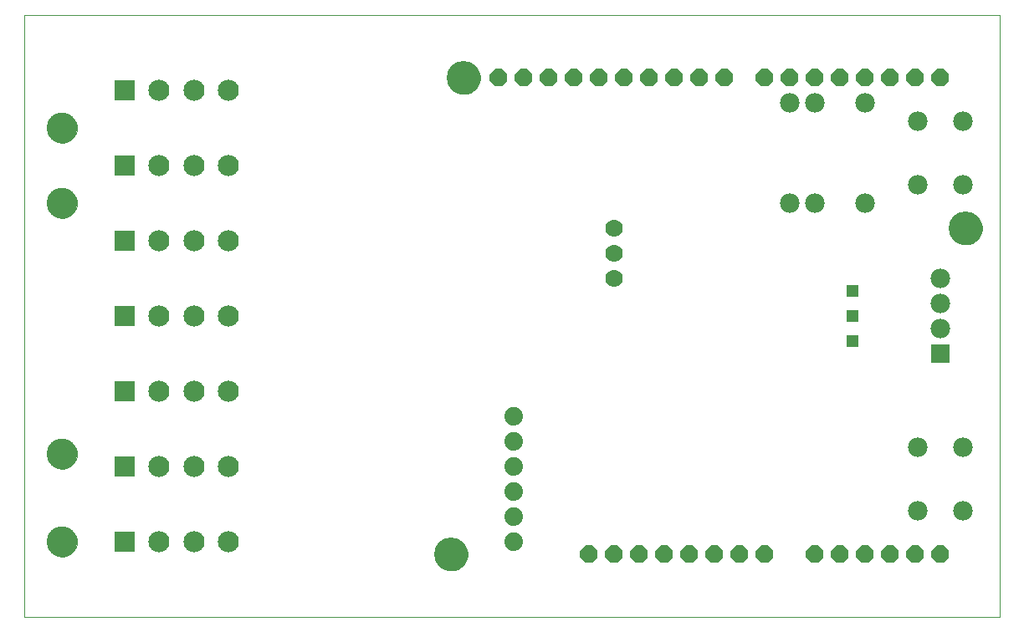
<source format=gbs>
G75*
%MOIN*%
%OFA0B0*%
%FSLAX24Y24*%
%IPPOS*%
%LPD*%
%AMOC8*
5,1,8,0,0,1.08239X$1,22.5*
%
%ADD10C,0.0000*%
%ADD11C,0.1221*%
%ADD12C,0.1339*%
%ADD13OC8,0.0700*%
%ADD14R,0.0840X0.0840*%
%ADD15C,0.0840*%
%ADD16R,0.0780X0.0780*%
%ADD17C,0.0780*%
%ADD18C,0.0740*%
%ADD19R,0.0512X0.0512*%
%ADD20C,0.0700*%
D10*
X000180Y000180D02*
X000180Y024176D01*
X039050Y024176D01*
X039050Y000180D01*
X000180Y000180D01*
X001089Y003180D02*
X001091Y003228D01*
X001097Y003276D01*
X001107Y003323D01*
X001120Y003369D01*
X001138Y003414D01*
X001158Y003458D01*
X001183Y003500D01*
X001211Y003539D01*
X001241Y003576D01*
X001275Y003610D01*
X001312Y003642D01*
X001350Y003671D01*
X001391Y003696D01*
X001434Y003718D01*
X001479Y003736D01*
X001525Y003750D01*
X001572Y003761D01*
X001620Y003768D01*
X001668Y003771D01*
X001716Y003770D01*
X001764Y003765D01*
X001812Y003756D01*
X001858Y003744D01*
X001903Y003727D01*
X001947Y003707D01*
X001989Y003684D01*
X002029Y003657D01*
X002067Y003627D01*
X002102Y003594D01*
X002134Y003558D01*
X002164Y003520D01*
X002190Y003479D01*
X002212Y003436D01*
X002232Y003392D01*
X002247Y003347D01*
X002259Y003300D01*
X002267Y003252D01*
X002271Y003204D01*
X002271Y003156D01*
X002267Y003108D01*
X002259Y003060D01*
X002247Y003013D01*
X002232Y002968D01*
X002212Y002924D01*
X002190Y002881D01*
X002164Y002840D01*
X002134Y002802D01*
X002102Y002766D01*
X002067Y002733D01*
X002029Y002703D01*
X001989Y002676D01*
X001947Y002653D01*
X001903Y002633D01*
X001858Y002616D01*
X001812Y002604D01*
X001764Y002595D01*
X001716Y002590D01*
X001668Y002589D01*
X001620Y002592D01*
X001572Y002599D01*
X001525Y002610D01*
X001479Y002624D01*
X001434Y002642D01*
X001391Y002664D01*
X001350Y002689D01*
X001312Y002718D01*
X001275Y002750D01*
X001241Y002784D01*
X001211Y002821D01*
X001183Y002860D01*
X001158Y002902D01*
X001138Y002946D01*
X001120Y002991D01*
X001107Y003037D01*
X001097Y003084D01*
X001091Y003132D01*
X001089Y003180D01*
X001089Y006680D02*
X001091Y006728D01*
X001097Y006776D01*
X001107Y006823D01*
X001120Y006869D01*
X001138Y006914D01*
X001158Y006958D01*
X001183Y007000D01*
X001211Y007039D01*
X001241Y007076D01*
X001275Y007110D01*
X001312Y007142D01*
X001350Y007171D01*
X001391Y007196D01*
X001434Y007218D01*
X001479Y007236D01*
X001525Y007250D01*
X001572Y007261D01*
X001620Y007268D01*
X001668Y007271D01*
X001716Y007270D01*
X001764Y007265D01*
X001812Y007256D01*
X001858Y007244D01*
X001903Y007227D01*
X001947Y007207D01*
X001989Y007184D01*
X002029Y007157D01*
X002067Y007127D01*
X002102Y007094D01*
X002134Y007058D01*
X002164Y007020D01*
X002190Y006979D01*
X002212Y006936D01*
X002232Y006892D01*
X002247Y006847D01*
X002259Y006800D01*
X002267Y006752D01*
X002271Y006704D01*
X002271Y006656D01*
X002267Y006608D01*
X002259Y006560D01*
X002247Y006513D01*
X002232Y006468D01*
X002212Y006424D01*
X002190Y006381D01*
X002164Y006340D01*
X002134Y006302D01*
X002102Y006266D01*
X002067Y006233D01*
X002029Y006203D01*
X001989Y006176D01*
X001947Y006153D01*
X001903Y006133D01*
X001858Y006116D01*
X001812Y006104D01*
X001764Y006095D01*
X001716Y006090D01*
X001668Y006089D01*
X001620Y006092D01*
X001572Y006099D01*
X001525Y006110D01*
X001479Y006124D01*
X001434Y006142D01*
X001391Y006164D01*
X001350Y006189D01*
X001312Y006218D01*
X001275Y006250D01*
X001241Y006284D01*
X001211Y006321D01*
X001183Y006360D01*
X001158Y006402D01*
X001138Y006446D01*
X001120Y006491D01*
X001107Y006537D01*
X001097Y006584D01*
X001091Y006632D01*
X001089Y006680D01*
X001089Y016680D02*
X001091Y016728D01*
X001097Y016776D01*
X001107Y016823D01*
X001120Y016869D01*
X001138Y016914D01*
X001158Y016958D01*
X001183Y017000D01*
X001211Y017039D01*
X001241Y017076D01*
X001275Y017110D01*
X001312Y017142D01*
X001350Y017171D01*
X001391Y017196D01*
X001434Y017218D01*
X001479Y017236D01*
X001525Y017250D01*
X001572Y017261D01*
X001620Y017268D01*
X001668Y017271D01*
X001716Y017270D01*
X001764Y017265D01*
X001812Y017256D01*
X001858Y017244D01*
X001903Y017227D01*
X001947Y017207D01*
X001989Y017184D01*
X002029Y017157D01*
X002067Y017127D01*
X002102Y017094D01*
X002134Y017058D01*
X002164Y017020D01*
X002190Y016979D01*
X002212Y016936D01*
X002232Y016892D01*
X002247Y016847D01*
X002259Y016800D01*
X002267Y016752D01*
X002271Y016704D01*
X002271Y016656D01*
X002267Y016608D01*
X002259Y016560D01*
X002247Y016513D01*
X002232Y016468D01*
X002212Y016424D01*
X002190Y016381D01*
X002164Y016340D01*
X002134Y016302D01*
X002102Y016266D01*
X002067Y016233D01*
X002029Y016203D01*
X001989Y016176D01*
X001947Y016153D01*
X001903Y016133D01*
X001858Y016116D01*
X001812Y016104D01*
X001764Y016095D01*
X001716Y016090D01*
X001668Y016089D01*
X001620Y016092D01*
X001572Y016099D01*
X001525Y016110D01*
X001479Y016124D01*
X001434Y016142D01*
X001391Y016164D01*
X001350Y016189D01*
X001312Y016218D01*
X001275Y016250D01*
X001241Y016284D01*
X001211Y016321D01*
X001183Y016360D01*
X001158Y016402D01*
X001138Y016446D01*
X001120Y016491D01*
X001107Y016537D01*
X001097Y016584D01*
X001091Y016632D01*
X001089Y016680D01*
X001089Y019680D02*
X001091Y019728D01*
X001097Y019776D01*
X001107Y019823D01*
X001120Y019869D01*
X001138Y019914D01*
X001158Y019958D01*
X001183Y020000D01*
X001211Y020039D01*
X001241Y020076D01*
X001275Y020110D01*
X001312Y020142D01*
X001350Y020171D01*
X001391Y020196D01*
X001434Y020218D01*
X001479Y020236D01*
X001525Y020250D01*
X001572Y020261D01*
X001620Y020268D01*
X001668Y020271D01*
X001716Y020270D01*
X001764Y020265D01*
X001812Y020256D01*
X001858Y020244D01*
X001903Y020227D01*
X001947Y020207D01*
X001989Y020184D01*
X002029Y020157D01*
X002067Y020127D01*
X002102Y020094D01*
X002134Y020058D01*
X002164Y020020D01*
X002190Y019979D01*
X002212Y019936D01*
X002232Y019892D01*
X002247Y019847D01*
X002259Y019800D01*
X002267Y019752D01*
X002271Y019704D01*
X002271Y019656D01*
X002267Y019608D01*
X002259Y019560D01*
X002247Y019513D01*
X002232Y019468D01*
X002212Y019424D01*
X002190Y019381D01*
X002164Y019340D01*
X002134Y019302D01*
X002102Y019266D01*
X002067Y019233D01*
X002029Y019203D01*
X001989Y019176D01*
X001947Y019153D01*
X001903Y019133D01*
X001858Y019116D01*
X001812Y019104D01*
X001764Y019095D01*
X001716Y019090D01*
X001668Y019089D01*
X001620Y019092D01*
X001572Y019099D01*
X001525Y019110D01*
X001479Y019124D01*
X001434Y019142D01*
X001391Y019164D01*
X001350Y019189D01*
X001312Y019218D01*
X001275Y019250D01*
X001241Y019284D01*
X001211Y019321D01*
X001183Y019360D01*
X001158Y019402D01*
X001138Y019446D01*
X001120Y019491D01*
X001107Y019537D01*
X001097Y019584D01*
X001091Y019632D01*
X001089Y019680D01*
X017030Y021680D02*
X017032Y021730D01*
X017038Y021780D01*
X017048Y021830D01*
X017061Y021878D01*
X017078Y021926D01*
X017099Y021972D01*
X017123Y022016D01*
X017151Y022058D01*
X017182Y022098D01*
X017216Y022135D01*
X017253Y022170D01*
X017292Y022201D01*
X017333Y022230D01*
X017377Y022255D01*
X017423Y022277D01*
X017470Y022295D01*
X017518Y022309D01*
X017567Y022320D01*
X017617Y022327D01*
X017667Y022330D01*
X017718Y022329D01*
X017768Y022324D01*
X017818Y022315D01*
X017866Y022303D01*
X017914Y022286D01*
X017960Y022266D01*
X018005Y022243D01*
X018048Y022216D01*
X018088Y022186D01*
X018126Y022153D01*
X018161Y022117D01*
X018194Y022078D01*
X018223Y022037D01*
X018249Y021994D01*
X018272Y021949D01*
X018291Y021902D01*
X018306Y021854D01*
X018318Y021805D01*
X018326Y021755D01*
X018330Y021705D01*
X018330Y021655D01*
X018326Y021605D01*
X018318Y021555D01*
X018306Y021506D01*
X018291Y021458D01*
X018272Y021411D01*
X018249Y021366D01*
X018223Y021323D01*
X018194Y021282D01*
X018161Y021243D01*
X018126Y021207D01*
X018088Y021174D01*
X018048Y021144D01*
X018005Y021117D01*
X017960Y021094D01*
X017914Y021074D01*
X017866Y021057D01*
X017818Y021045D01*
X017768Y021036D01*
X017718Y021031D01*
X017667Y021030D01*
X017617Y021033D01*
X017567Y021040D01*
X017518Y021051D01*
X017470Y021065D01*
X017423Y021083D01*
X017377Y021105D01*
X017333Y021130D01*
X017292Y021159D01*
X017253Y021190D01*
X017216Y021225D01*
X017182Y021262D01*
X017151Y021302D01*
X017123Y021344D01*
X017099Y021388D01*
X017078Y021434D01*
X017061Y021482D01*
X017048Y021530D01*
X017038Y021580D01*
X017032Y021630D01*
X017030Y021680D01*
X037030Y015680D02*
X037032Y015730D01*
X037038Y015780D01*
X037048Y015830D01*
X037061Y015878D01*
X037078Y015926D01*
X037099Y015972D01*
X037123Y016016D01*
X037151Y016058D01*
X037182Y016098D01*
X037216Y016135D01*
X037253Y016170D01*
X037292Y016201D01*
X037333Y016230D01*
X037377Y016255D01*
X037423Y016277D01*
X037470Y016295D01*
X037518Y016309D01*
X037567Y016320D01*
X037617Y016327D01*
X037667Y016330D01*
X037718Y016329D01*
X037768Y016324D01*
X037818Y016315D01*
X037866Y016303D01*
X037914Y016286D01*
X037960Y016266D01*
X038005Y016243D01*
X038048Y016216D01*
X038088Y016186D01*
X038126Y016153D01*
X038161Y016117D01*
X038194Y016078D01*
X038223Y016037D01*
X038249Y015994D01*
X038272Y015949D01*
X038291Y015902D01*
X038306Y015854D01*
X038318Y015805D01*
X038326Y015755D01*
X038330Y015705D01*
X038330Y015655D01*
X038326Y015605D01*
X038318Y015555D01*
X038306Y015506D01*
X038291Y015458D01*
X038272Y015411D01*
X038249Y015366D01*
X038223Y015323D01*
X038194Y015282D01*
X038161Y015243D01*
X038126Y015207D01*
X038088Y015174D01*
X038048Y015144D01*
X038005Y015117D01*
X037960Y015094D01*
X037914Y015074D01*
X037866Y015057D01*
X037818Y015045D01*
X037768Y015036D01*
X037718Y015031D01*
X037667Y015030D01*
X037617Y015033D01*
X037567Y015040D01*
X037518Y015051D01*
X037470Y015065D01*
X037423Y015083D01*
X037377Y015105D01*
X037333Y015130D01*
X037292Y015159D01*
X037253Y015190D01*
X037216Y015225D01*
X037182Y015262D01*
X037151Y015302D01*
X037123Y015344D01*
X037099Y015388D01*
X037078Y015434D01*
X037061Y015482D01*
X037048Y015530D01*
X037038Y015580D01*
X037032Y015630D01*
X037030Y015680D01*
X016530Y002680D02*
X016532Y002730D01*
X016538Y002780D01*
X016548Y002830D01*
X016561Y002878D01*
X016578Y002926D01*
X016599Y002972D01*
X016623Y003016D01*
X016651Y003058D01*
X016682Y003098D01*
X016716Y003135D01*
X016753Y003170D01*
X016792Y003201D01*
X016833Y003230D01*
X016877Y003255D01*
X016923Y003277D01*
X016970Y003295D01*
X017018Y003309D01*
X017067Y003320D01*
X017117Y003327D01*
X017167Y003330D01*
X017218Y003329D01*
X017268Y003324D01*
X017318Y003315D01*
X017366Y003303D01*
X017414Y003286D01*
X017460Y003266D01*
X017505Y003243D01*
X017548Y003216D01*
X017588Y003186D01*
X017626Y003153D01*
X017661Y003117D01*
X017694Y003078D01*
X017723Y003037D01*
X017749Y002994D01*
X017772Y002949D01*
X017791Y002902D01*
X017806Y002854D01*
X017818Y002805D01*
X017826Y002755D01*
X017830Y002705D01*
X017830Y002655D01*
X017826Y002605D01*
X017818Y002555D01*
X017806Y002506D01*
X017791Y002458D01*
X017772Y002411D01*
X017749Y002366D01*
X017723Y002323D01*
X017694Y002282D01*
X017661Y002243D01*
X017626Y002207D01*
X017588Y002174D01*
X017548Y002144D01*
X017505Y002117D01*
X017460Y002094D01*
X017414Y002074D01*
X017366Y002057D01*
X017318Y002045D01*
X017268Y002036D01*
X017218Y002031D01*
X017167Y002030D01*
X017117Y002033D01*
X017067Y002040D01*
X017018Y002051D01*
X016970Y002065D01*
X016923Y002083D01*
X016877Y002105D01*
X016833Y002130D01*
X016792Y002159D01*
X016753Y002190D01*
X016716Y002225D01*
X016682Y002262D01*
X016651Y002302D01*
X016623Y002344D01*
X016599Y002388D01*
X016578Y002434D01*
X016561Y002482D01*
X016548Y002530D01*
X016538Y002580D01*
X016532Y002630D01*
X016530Y002680D01*
D11*
X001680Y003180D03*
X001680Y006680D03*
X001680Y016680D03*
X001680Y019680D03*
D12*
X017680Y021680D03*
X037680Y015680D03*
X017180Y002680D03*
D13*
X022680Y002680D03*
X023680Y002680D03*
X024680Y002680D03*
X025680Y002680D03*
X026680Y002680D03*
X027680Y002680D03*
X028680Y002680D03*
X029680Y002680D03*
X031680Y002680D03*
X032680Y002680D03*
X033680Y002680D03*
X034680Y002680D03*
X035680Y002680D03*
X036680Y002680D03*
X036680Y021680D03*
X035680Y021680D03*
X034680Y021680D03*
X033680Y021680D03*
X032680Y021680D03*
X031680Y021680D03*
X030680Y021680D03*
X029680Y021680D03*
X028080Y021680D03*
X027080Y021680D03*
X026080Y021680D03*
X025080Y021680D03*
X024080Y021680D03*
X023080Y021680D03*
X022080Y021680D03*
X021080Y021680D03*
X020080Y021680D03*
X019080Y021680D03*
D14*
X004180Y021180D03*
X004180Y018180D03*
X004180Y015180D03*
X004180Y012180D03*
X004180Y009180D03*
X004180Y006180D03*
X004180Y003180D03*
D15*
X005558Y003180D03*
X006936Y003180D03*
X008314Y003180D03*
X008314Y006180D03*
X006936Y006180D03*
X005558Y006180D03*
X005558Y009180D03*
X006936Y009180D03*
X008314Y009180D03*
X008314Y012180D03*
X006936Y012180D03*
X005558Y012180D03*
X005558Y015180D03*
X006936Y015180D03*
X008314Y015180D03*
X008314Y018180D03*
X006936Y018180D03*
X005558Y018180D03*
X005558Y021180D03*
X006936Y021180D03*
X008314Y021180D03*
D16*
X036680Y010680D03*
D17*
X036680Y011680D03*
X036680Y012680D03*
X036680Y013680D03*
X033680Y016680D03*
X031680Y016680D03*
X030680Y016680D03*
X035790Y017400D03*
X037570Y017400D03*
X037570Y019960D03*
X035790Y019960D03*
X033680Y020680D03*
X031680Y020680D03*
X030680Y020680D03*
X035790Y006960D03*
X037570Y006960D03*
X037570Y004400D03*
X035790Y004400D03*
D18*
X019680Y004180D03*
X019680Y003180D03*
X019680Y005180D03*
X019680Y006180D03*
X019680Y007180D03*
X019680Y008180D03*
D19*
X033180Y011180D03*
X033180Y012180D03*
X033180Y013180D03*
D20*
X023680Y013680D03*
X023680Y014680D03*
X023680Y015680D03*
M02*

</source>
